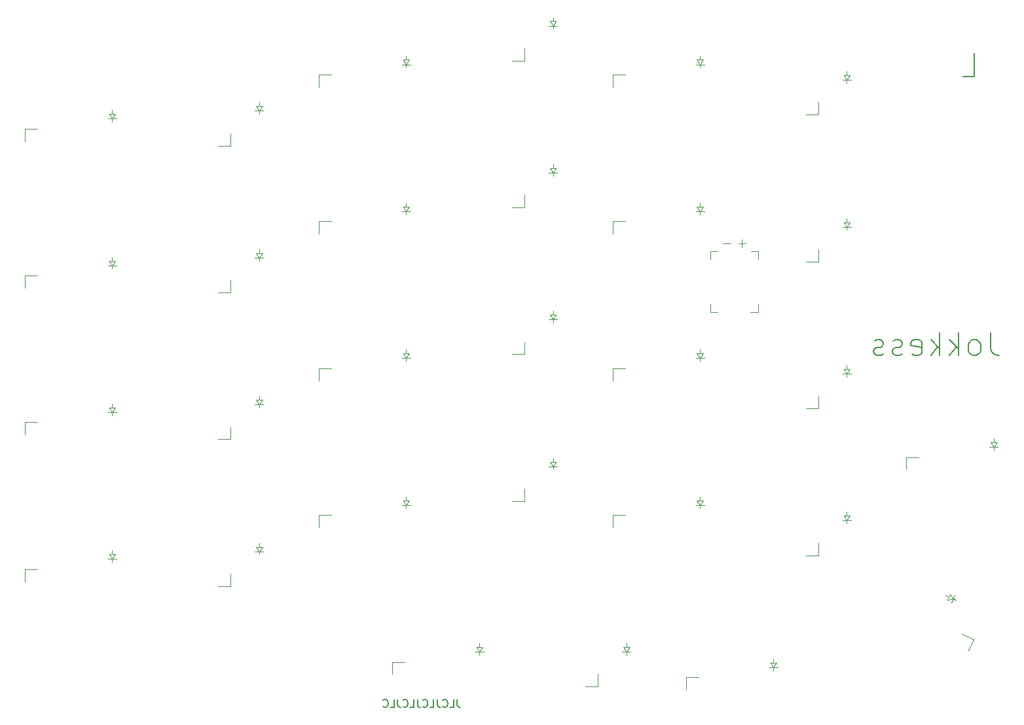
<source format=gbr>
%TF.GenerationSoftware,KiCad,Pcbnew,8.0.6*%
%TF.CreationDate,2024-12-27T20:41:03+01:00*%
%TF.ProjectId,left,6c656674-2e6b-4696-9361-645f70636258,0.1*%
%TF.SameCoordinates,Original*%
%TF.FileFunction,Legend,Bot*%
%TF.FilePolarity,Positive*%
%FSLAX46Y46*%
G04 Gerber Fmt 4.6, Leading zero omitted, Abs format (unit mm)*
G04 Created by KiCad (PCBNEW 8.0.6) date 2024-12-27 20:41:03*
%MOMM*%
%LPD*%
G01*
G04 APERTURE LIST*
%ADD10C,0.150000*%
%ADD11C,0.120000*%
%ADD12C,0.100000*%
G04 APERTURE END LIST*
D10*
X269071427Y-142480057D02*
X269071427Y-144622914D01*
X269071427Y-144622914D02*
X269214284Y-145051485D01*
X269214284Y-145051485D02*
X269499998Y-145337200D01*
X269499998Y-145337200D02*
X269928570Y-145480057D01*
X269928570Y-145480057D02*
X270214284Y-145480057D01*
X267214284Y-145480057D02*
X267499999Y-145337200D01*
X267499999Y-145337200D02*
X267642856Y-145194342D01*
X267642856Y-145194342D02*
X267785713Y-144908628D01*
X267785713Y-144908628D02*
X267785713Y-144051485D01*
X267785713Y-144051485D02*
X267642856Y-143765771D01*
X267642856Y-143765771D02*
X267499999Y-143622914D01*
X267499999Y-143622914D02*
X267214284Y-143480057D01*
X267214284Y-143480057D02*
X266785713Y-143480057D01*
X266785713Y-143480057D02*
X266499999Y-143622914D01*
X266499999Y-143622914D02*
X266357142Y-143765771D01*
X266357142Y-143765771D02*
X266214284Y-144051485D01*
X266214284Y-144051485D02*
X266214284Y-144908628D01*
X266214284Y-144908628D02*
X266357142Y-145194342D01*
X266357142Y-145194342D02*
X266499999Y-145337200D01*
X266499999Y-145337200D02*
X266785713Y-145480057D01*
X266785713Y-145480057D02*
X267214284Y-145480057D01*
X264928570Y-145480057D02*
X264928570Y-142480057D01*
X264642856Y-144337200D02*
X263785713Y-145480057D01*
X263785713Y-143480057D02*
X264928570Y-144622914D01*
X262499999Y-145480057D02*
X262499999Y-142480057D01*
X262214285Y-144337200D02*
X261357142Y-145480057D01*
X261357142Y-143480057D02*
X262499999Y-144622914D01*
X258928571Y-145337200D02*
X259214285Y-145480057D01*
X259214285Y-145480057D02*
X259785714Y-145480057D01*
X259785714Y-145480057D02*
X260071428Y-145337200D01*
X260071428Y-145337200D02*
X260214285Y-145051485D01*
X260214285Y-145051485D02*
X260214285Y-143908628D01*
X260214285Y-143908628D02*
X260071428Y-143622914D01*
X260071428Y-143622914D02*
X259785714Y-143480057D01*
X259785714Y-143480057D02*
X259214285Y-143480057D01*
X259214285Y-143480057D02*
X258928571Y-143622914D01*
X258928571Y-143622914D02*
X258785714Y-143908628D01*
X258785714Y-143908628D02*
X258785714Y-144194342D01*
X258785714Y-144194342D02*
X260214285Y-144480057D01*
X257642856Y-145337200D02*
X257357142Y-145480057D01*
X257357142Y-145480057D02*
X256785713Y-145480057D01*
X256785713Y-145480057D02*
X256499999Y-145337200D01*
X256499999Y-145337200D02*
X256357142Y-145051485D01*
X256357142Y-145051485D02*
X256357142Y-144908628D01*
X256357142Y-144908628D02*
X256499999Y-144622914D01*
X256499999Y-144622914D02*
X256785713Y-144480057D01*
X256785713Y-144480057D02*
X257214285Y-144480057D01*
X257214285Y-144480057D02*
X257499999Y-144337200D01*
X257499999Y-144337200D02*
X257642856Y-144051485D01*
X257642856Y-144051485D02*
X257642856Y-143908628D01*
X257642856Y-143908628D02*
X257499999Y-143622914D01*
X257499999Y-143622914D02*
X257214285Y-143480057D01*
X257214285Y-143480057D02*
X256785713Y-143480057D01*
X256785713Y-143480057D02*
X256499999Y-143622914D01*
X255214285Y-145337200D02*
X254928571Y-145480057D01*
X254928571Y-145480057D02*
X254357142Y-145480057D01*
X254357142Y-145480057D02*
X254071428Y-145337200D01*
X254071428Y-145337200D02*
X253928571Y-145051485D01*
X253928571Y-145051485D02*
X253928571Y-144908628D01*
X253928571Y-144908628D02*
X254071428Y-144622914D01*
X254071428Y-144622914D02*
X254357142Y-144480057D01*
X254357142Y-144480057D02*
X254785714Y-144480057D01*
X254785714Y-144480057D02*
X255071428Y-144337200D01*
X255071428Y-144337200D02*
X255214285Y-144051485D01*
X255214285Y-144051485D02*
X255214285Y-143908628D01*
X255214285Y-143908628D02*
X255071428Y-143622914D01*
X255071428Y-143622914D02*
X254785714Y-143480057D01*
X254785714Y-143480057D02*
X254357142Y-143480057D01*
X254357142Y-143480057D02*
X254071428Y-143622914D01*
X200119048Y-190004819D02*
X200119048Y-190719104D01*
X200119048Y-190719104D02*
X200166667Y-190861961D01*
X200166667Y-190861961D02*
X200261905Y-190957200D01*
X200261905Y-190957200D02*
X200404762Y-191004819D01*
X200404762Y-191004819D02*
X200500000Y-191004819D01*
X199166667Y-191004819D02*
X199642857Y-191004819D01*
X199642857Y-191004819D02*
X199642857Y-190004819D01*
X198261905Y-190909580D02*
X198309524Y-190957200D01*
X198309524Y-190957200D02*
X198452381Y-191004819D01*
X198452381Y-191004819D02*
X198547619Y-191004819D01*
X198547619Y-191004819D02*
X198690476Y-190957200D01*
X198690476Y-190957200D02*
X198785714Y-190861961D01*
X198785714Y-190861961D02*
X198833333Y-190766723D01*
X198833333Y-190766723D02*
X198880952Y-190576247D01*
X198880952Y-190576247D02*
X198880952Y-190433390D01*
X198880952Y-190433390D02*
X198833333Y-190242914D01*
X198833333Y-190242914D02*
X198785714Y-190147676D01*
X198785714Y-190147676D02*
X198690476Y-190052438D01*
X198690476Y-190052438D02*
X198547619Y-190004819D01*
X198547619Y-190004819D02*
X198452381Y-190004819D01*
X198452381Y-190004819D02*
X198309524Y-190052438D01*
X198309524Y-190052438D02*
X198261905Y-190100057D01*
X197547619Y-190004819D02*
X197547619Y-190719104D01*
X197547619Y-190719104D02*
X197595238Y-190861961D01*
X197595238Y-190861961D02*
X197690476Y-190957200D01*
X197690476Y-190957200D02*
X197833333Y-191004819D01*
X197833333Y-191004819D02*
X197928571Y-191004819D01*
X196595238Y-191004819D02*
X197071428Y-191004819D01*
X197071428Y-191004819D02*
X197071428Y-190004819D01*
X195690476Y-190909580D02*
X195738095Y-190957200D01*
X195738095Y-190957200D02*
X195880952Y-191004819D01*
X195880952Y-191004819D02*
X195976190Y-191004819D01*
X195976190Y-191004819D02*
X196119047Y-190957200D01*
X196119047Y-190957200D02*
X196214285Y-190861961D01*
X196214285Y-190861961D02*
X196261904Y-190766723D01*
X196261904Y-190766723D02*
X196309523Y-190576247D01*
X196309523Y-190576247D02*
X196309523Y-190433390D01*
X196309523Y-190433390D02*
X196261904Y-190242914D01*
X196261904Y-190242914D02*
X196214285Y-190147676D01*
X196214285Y-190147676D02*
X196119047Y-190052438D01*
X196119047Y-190052438D02*
X195976190Y-190004819D01*
X195976190Y-190004819D02*
X195880952Y-190004819D01*
X195880952Y-190004819D02*
X195738095Y-190052438D01*
X195738095Y-190052438D02*
X195690476Y-190100057D01*
X194976190Y-190004819D02*
X194976190Y-190719104D01*
X194976190Y-190719104D02*
X195023809Y-190861961D01*
X195023809Y-190861961D02*
X195119047Y-190957200D01*
X195119047Y-190957200D02*
X195261904Y-191004819D01*
X195261904Y-191004819D02*
X195357142Y-191004819D01*
X194023809Y-191004819D02*
X194499999Y-191004819D01*
X194499999Y-191004819D02*
X194499999Y-190004819D01*
X193119047Y-190909580D02*
X193166666Y-190957200D01*
X193166666Y-190957200D02*
X193309523Y-191004819D01*
X193309523Y-191004819D02*
X193404761Y-191004819D01*
X193404761Y-191004819D02*
X193547618Y-190957200D01*
X193547618Y-190957200D02*
X193642856Y-190861961D01*
X193642856Y-190861961D02*
X193690475Y-190766723D01*
X193690475Y-190766723D02*
X193738094Y-190576247D01*
X193738094Y-190576247D02*
X193738094Y-190433390D01*
X193738094Y-190433390D02*
X193690475Y-190242914D01*
X193690475Y-190242914D02*
X193642856Y-190147676D01*
X193642856Y-190147676D02*
X193547618Y-190052438D01*
X193547618Y-190052438D02*
X193404761Y-190004819D01*
X193404761Y-190004819D02*
X193309523Y-190004819D01*
X193309523Y-190004819D02*
X193166666Y-190052438D01*
X193166666Y-190052438D02*
X193119047Y-190100057D01*
X192404761Y-190004819D02*
X192404761Y-190719104D01*
X192404761Y-190719104D02*
X192452380Y-190861961D01*
X192452380Y-190861961D02*
X192547618Y-190957200D01*
X192547618Y-190957200D02*
X192690475Y-191004819D01*
X192690475Y-191004819D02*
X192785713Y-191004819D01*
X191452380Y-191004819D02*
X191928570Y-191004819D01*
X191928570Y-191004819D02*
X191928570Y-190004819D01*
X190547618Y-190909580D02*
X190595237Y-190957200D01*
X190595237Y-190957200D02*
X190738094Y-191004819D01*
X190738094Y-191004819D02*
X190833332Y-191004819D01*
X190833332Y-191004819D02*
X190976189Y-190957200D01*
X190976189Y-190957200D02*
X191071427Y-190861961D01*
X191071427Y-190861961D02*
X191119046Y-190766723D01*
X191119046Y-190766723D02*
X191166665Y-190576247D01*
X191166665Y-190576247D02*
X191166665Y-190433390D01*
X191166665Y-190433390D02*
X191119046Y-190242914D01*
X191119046Y-190242914D02*
X191071427Y-190147676D01*
X191071427Y-190147676D02*
X190976189Y-190052438D01*
X190976189Y-190052438D02*
X190833332Y-190004819D01*
X190833332Y-190004819D02*
X190738094Y-190004819D01*
X190738094Y-190004819D02*
X190595237Y-190052438D01*
X190595237Y-190052438D02*
X190547618Y-190100057D01*
X265571427Y-109380057D02*
X266999999Y-109380057D01*
X266999999Y-109380057D02*
X266999999Y-106380057D01*
D11*
%TO.C,LED8*%
X182200000Y-109150000D02*
X183800000Y-109150000D01*
X182200000Y-110750000D02*
X182200000Y-109150000D01*
%TO.C,LED25*%
X246800000Y-150750000D02*
X246800000Y-152350000D01*
X246800000Y-152350000D02*
X245200000Y-152350000D01*
D12*
%TO.C,D8*%
X174100000Y-113250000D02*
X174900000Y-113250000D01*
X174500000Y-113250000D02*
X174500000Y-112750000D01*
X174500000Y-113850000D02*
X173950000Y-113850000D01*
X174500000Y-113850000D02*
X174100000Y-113250000D01*
X174500000Y-113850000D02*
X175050000Y-113850000D01*
X174500000Y-114250000D02*
X174500000Y-113850000D01*
X174900000Y-113250000D02*
X174500000Y-113850000D01*
D11*
%TO.C,LED2*%
X144200000Y-154150000D02*
X145800000Y-154150000D01*
X144200000Y-155750000D02*
X144200000Y-154150000D01*
D12*
%TO.C,D4*%
X155100000Y-114250000D02*
X155900000Y-114250000D01*
X155500000Y-114250000D02*
X155500000Y-113750000D01*
X155500000Y-114850000D02*
X154950000Y-114850000D01*
X155500000Y-114850000D02*
X155100000Y-114250000D01*
X155500000Y-114850000D02*
X156050000Y-114850000D01*
X155500000Y-115250000D02*
X155500000Y-114850000D01*
X155900000Y-114250000D02*
X155500000Y-114850000D01*
%TO.C,D16*%
X212100000Y-102250000D02*
X212900000Y-102250000D01*
X212500000Y-102250000D02*
X212500000Y-101750000D01*
X212500000Y-102850000D02*
X211950000Y-102850000D01*
X212500000Y-102850000D02*
X212100000Y-102250000D01*
X212500000Y-102850000D02*
X213050000Y-102850000D01*
X212500000Y-103250000D02*
X212500000Y-102850000D01*
X212900000Y-102250000D02*
X212500000Y-102850000D01*
%TO.C,D25*%
X202600000Y-183250000D02*
X203400000Y-183250000D01*
X203000000Y-183250000D02*
X203000000Y-182750000D01*
X203000000Y-183850000D02*
X202450000Y-183850000D01*
X203000000Y-183850000D02*
X202600000Y-183250000D01*
X203000000Y-183850000D02*
X203550000Y-183850000D01*
X203000000Y-184250000D02*
X203000000Y-183850000D01*
X203400000Y-183250000D02*
X203000000Y-183850000D01*
D11*
%TO.C,LED5*%
X182200000Y-166150000D02*
X183800000Y-166150000D01*
X182200000Y-167750000D02*
X182200000Y-166150000D01*
D12*
%TO.C,D11*%
X193100000Y-126250000D02*
X193900000Y-126250000D01*
X193500000Y-126250000D02*
X193500000Y-125750000D01*
X193500000Y-126850000D02*
X192950000Y-126850000D01*
X193500000Y-126850000D02*
X193100000Y-126250000D01*
X193500000Y-126850000D02*
X194050000Y-126850000D01*
X193500000Y-127250000D02*
X193500000Y-126850000D01*
X193900000Y-126250000D02*
X193500000Y-126850000D01*
%TO.C,D28*%
X263529762Y-177122248D02*
X263855151Y-176391412D01*
X263692457Y-176756830D02*
X263235684Y-176553462D01*
X263855151Y-176391412D02*
X264240584Y-177000872D01*
X264240584Y-177000872D02*
X263529762Y-177122248D01*
X264240584Y-177000872D02*
X264016879Y-177503322D01*
X264240584Y-177000872D02*
X264464289Y-176498422D01*
X264606002Y-177163566D02*
X264240584Y-177000872D01*
D11*
%TO.C,LED10*%
X220200000Y-147150000D02*
X221800000Y-147150000D01*
X220200000Y-148750000D02*
X220200000Y-147150000D01*
D12*
%TO.C,D18*%
X231100000Y-145250000D02*
X231900000Y-145250000D01*
X231500000Y-145250000D02*
X231500000Y-144750000D01*
X231500000Y-145850000D02*
X230950000Y-145850000D01*
X231500000Y-145850000D02*
X231100000Y-145250000D01*
X231500000Y-145850000D02*
X232050000Y-145850000D01*
X231500000Y-146250000D02*
X231500000Y-145850000D01*
X231900000Y-145250000D02*
X231500000Y-145850000D01*
D11*
%TO.C,LED14*%
X229700000Y-187150000D02*
X231300000Y-187150000D01*
X229700000Y-188750000D02*
X229700000Y-187150000D01*
%TO.C,LED4*%
X144200000Y-116150000D02*
X145800000Y-116150000D01*
X144200000Y-117750000D02*
X144200000Y-116150000D01*
D12*
%TO.C,D23*%
X250100000Y-128250000D02*
X250900000Y-128250000D01*
X250500000Y-128250000D02*
X250500000Y-127750000D01*
X250500000Y-128850000D02*
X249950000Y-128850000D01*
X250500000Y-128850000D02*
X250100000Y-128250000D01*
X250500000Y-128850000D02*
X251050000Y-128850000D01*
X250500000Y-129250000D02*
X250500000Y-128850000D01*
X250900000Y-128250000D02*
X250500000Y-128850000D01*
%TO.C,D19*%
X231100000Y-126250000D02*
X231900000Y-126250000D01*
X231500000Y-126250000D02*
X231500000Y-125750000D01*
X231500000Y-126850000D02*
X230950000Y-126850000D01*
X231500000Y-126850000D02*
X231100000Y-126250000D01*
X231500000Y-126850000D02*
X232050000Y-126850000D01*
X231500000Y-127250000D02*
X231500000Y-126850000D01*
X231900000Y-126250000D02*
X231500000Y-126850000D01*
D11*
%TO.C,LED6*%
X182200000Y-147150000D02*
X183800000Y-147150000D01*
X182200000Y-148750000D02*
X182200000Y-147150000D01*
D12*
%TO.C,D22*%
X250100000Y-147250000D02*
X250900000Y-147250000D01*
X250500000Y-147250000D02*
X250500000Y-146750000D01*
X250500000Y-147850000D02*
X249950000Y-147850000D01*
X250500000Y-147850000D02*
X250100000Y-147250000D01*
X250500000Y-147850000D02*
X251050000Y-147850000D01*
X250500000Y-148250000D02*
X250500000Y-147850000D01*
X250900000Y-147250000D02*
X250500000Y-147850000D01*
%TO.C,D26*%
X221600000Y-183250000D02*
X222400000Y-183250000D01*
X222000000Y-183250000D02*
X222000000Y-182750000D01*
X222000000Y-183850000D02*
X221450000Y-183850000D01*
X222000000Y-183850000D02*
X221600000Y-183250000D01*
X222000000Y-183850000D02*
X222550000Y-183850000D01*
X222000000Y-184250000D02*
X222000000Y-183850000D01*
X222400000Y-183250000D02*
X222000000Y-183850000D01*
D11*
%TO.C,LED23*%
X208800000Y-105750000D02*
X208800000Y-107350000D01*
X208800000Y-107350000D02*
X207200000Y-107350000D01*
D12*
%TO.C,D27*%
X240600000Y-185250000D02*
X241400000Y-185250000D01*
X241000000Y-185250000D02*
X241000000Y-184750000D01*
X241000000Y-185850000D02*
X240450000Y-185850000D01*
X241000000Y-185850000D02*
X240600000Y-185250000D01*
X241000000Y-185850000D02*
X241550000Y-185850000D01*
X241000000Y-186250000D02*
X241000000Y-185850000D01*
X241400000Y-185250000D02*
X241000000Y-185850000D01*
D11*
%TO.C,LED7*%
X182200000Y-128150000D02*
X183800000Y-128150000D01*
X182200000Y-129750000D02*
X182200000Y-128150000D01*
%TO.C,LED29*%
X265384940Y-181560526D02*
X266846613Y-182211305D01*
X266846613Y-182211305D02*
X266195834Y-183672978D01*
D12*
%TO.C,D9*%
X193100000Y-164250000D02*
X193900000Y-164250000D01*
X193500000Y-164250000D02*
X193500000Y-163750000D01*
X193500000Y-164850000D02*
X192950000Y-164850000D01*
X193500000Y-164850000D02*
X193100000Y-164250000D01*
X193500000Y-164850000D02*
X194050000Y-164850000D01*
X193500000Y-165250000D02*
X193500000Y-164850000D01*
X193900000Y-164250000D02*
X193500000Y-164850000D01*
D11*
%TO.C,LED19*%
X170800000Y-116750000D02*
X170800000Y-118350000D01*
X170800000Y-118350000D02*
X169200000Y-118350000D01*
D12*
%TO.C,D14*%
X212100000Y-140250000D02*
X212900000Y-140250000D01*
X212500000Y-140250000D02*
X212500000Y-139750000D01*
X212500000Y-140850000D02*
X211950000Y-140850000D01*
X212500000Y-140850000D02*
X212100000Y-140250000D01*
X212500000Y-140850000D02*
X213050000Y-140850000D01*
X212500000Y-141250000D02*
X212500000Y-140850000D01*
X212900000Y-140250000D02*
X212500000Y-140850000D01*
%TO.C,D7*%
X174100000Y-132250000D02*
X174900000Y-132250000D01*
X174500000Y-132250000D02*
X174500000Y-131750000D01*
X174500000Y-132850000D02*
X173950000Y-132850000D01*
X174500000Y-132850000D02*
X174100000Y-132250000D01*
X174500000Y-132850000D02*
X175050000Y-132850000D01*
X174500000Y-133250000D02*
X174500000Y-132850000D01*
X174900000Y-132250000D02*
X174500000Y-132850000D01*
%TO.C,D29*%
X269100000Y-156750000D02*
X269900000Y-156750000D01*
X269500000Y-156750000D02*
X269500000Y-156250000D01*
X269500000Y-157350000D02*
X268950000Y-157350000D01*
X269500000Y-157350000D02*
X269100000Y-156750000D01*
X269500000Y-157350000D02*
X270050000Y-157350000D01*
X269500000Y-157750000D02*
X269500000Y-157350000D01*
X269900000Y-156750000D02*
X269500000Y-157350000D01*
%TO.C,D1*%
X155100000Y-171250000D02*
X155900000Y-171250000D01*
X155500000Y-171250000D02*
X155500000Y-170750000D01*
X155500000Y-171850000D02*
X154950000Y-171850000D01*
X155500000Y-171850000D02*
X155100000Y-171250000D01*
X155500000Y-171850000D02*
X156050000Y-171850000D01*
X155500000Y-172250000D02*
X155500000Y-171850000D01*
X155900000Y-171250000D02*
X155500000Y-171850000D01*
D11*
%TO.C,LED28*%
X218300000Y-186750000D02*
X218300000Y-188350000D01*
X218300000Y-188350000D02*
X216700000Y-188350000D01*
%TO.C,LED13*%
X191700000Y-185150000D02*
X193300000Y-185150000D01*
X191700000Y-186750000D02*
X191700000Y-185150000D01*
D12*
%TO.C,D6*%
X174100000Y-151250000D02*
X174900000Y-151250000D01*
X174500000Y-151250000D02*
X174500000Y-150750000D01*
X174500000Y-151850000D02*
X173950000Y-151850000D01*
X174500000Y-151850000D02*
X174100000Y-151250000D01*
X174500000Y-151850000D02*
X175050000Y-151850000D01*
X174500000Y-152250000D02*
X174500000Y-151850000D01*
X174900000Y-151250000D02*
X174500000Y-151850000D01*
D11*
%TO.C,LED11*%
X220200000Y-128150000D02*
X221800000Y-128150000D01*
X220200000Y-129750000D02*
X220200000Y-128150000D01*
%TO.C,LED9*%
X220200000Y-166150000D02*
X221800000Y-166150000D01*
X220200000Y-167750000D02*
X220200000Y-166150000D01*
D12*
%TO.C,D10*%
X193100000Y-145250000D02*
X193900000Y-145250000D01*
X193500000Y-145250000D02*
X193500000Y-144750000D01*
X193500000Y-145850000D02*
X192950000Y-145850000D01*
X193500000Y-145850000D02*
X193100000Y-145250000D01*
X193500000Y-145850000D02*
X194050000Y-145850000D01*
X193500000Y-146250000D02*
X193500000Y-145850000D01*
X193900000Y-145250000D02*
X193500000Y-145850000D01*
%TO.C,D21*%
X250100000Y-166250000D02*
X250900000Y-166250000D01*
X250500000Y-166250000D02*
X250500000Y-165750000D01*
X250500000Y-166850000D02*
X249950000Y-166850000D01*
X250500000Y-166850000D02*
X250100000Y-166250000D01*
X250500000Y-166850000D02*
X251050000Y-166850000D01*
X250500000Y-167250000D02*
X250500000Y-166850000D01*
X250900000Y-166250000D02*
X250500000Y-166850000D01*
%TO.C,D5*%
X174100000Y-170250000D02*
X174900000Y-170250000D01*
X174500000Y-170250000D02*
X174500000Y-169750000D01*
X174500000Y-170850000D02*
X173950000Y-170850000D01*
X174500000Y-170850000D02*
X174100000Y-170250000D01*
X174500000Y-170850000D02*
X175050000Y-170850000D01*
X174500000Y-171250000D02*
X174500000Y-170850000D01*
X174900000Y-170250000D02*
X174500000Y-170850000D01*
D11*
%TO.C,LED20*%
X208800000Y-162750000D02*
X208800000Y-164350000D01*
X208800000Y-164350000D02*
X207200000Y-164350000D01*
%TO.C,LED3*%
X144200000Y-135150000D02*
X145800000Y-135150000D01*
X144200000Y-136750000D02*
X144200000Y-135150000D01*
%TO.C,LED1*%
X144200000Y-173150000D02*
X145800000Y-173150000D01*
X144200000Y-174750000D02*
X144200000Y-173150000D01*
D12*
%TO.C,D24*%
X250100000Y-109250000D02*
X250900000Y-109250000D01*
X250500000Y-109250000D02*
X250500000Y-108750000D01*
X250500000Y-109850000D02*
X249950000Y-109850000D01*
X250500000Y-109850000D02*
X250100000Y-109250000D01*
X250500000Y-109850000D02*
X251050000Y-109850000D01*
X250500000Y-110250000D02*
X250500000Y-109850000D01*
X250900000Y-109250000D02*
X250500000Y-109850000D01*
%TO.C,D20*%
X231100000Y-107250000D02*
X231900000Y-107250000D01*
X231500000Y-107250000D02*
X231500000Y-106750000D01*
X231500000Y-107850000D02*
X230950000Y-107850000D01*
X231500000Y-107850000D02*
X231100000Y-107250000D01*
X231500000Y-107850000D02*
X232050000Y-107850000D01*
X231500000Y-108250000D02*
X231500000Y-107850000D01*
X231900000Y-107250000D02*
X231500000Y-107850000D01*
D11*
%TO.C,LED16*%
X170800000Y-173750000D02*
X170800000Y-175350000D01*
X170800000Y-175350000D02*
X169200000Y-175350000D01*
D12*
%TO.C,D3*%
X155100000Y-133250000D02*
X155900000Y-133250000D01*
X155500000Y-133250000D02*
X155500000Y-132750000D01*
X155500000Y-133850000D02*
X154950000Y-133850000D01*
X155500000Y-133850000D02*
X155100000Y-133250000D01*
X155500000Y-133850000D02*
X156050000Y-133850000D01*
X155500000Y-134250000D02*
X155500000Y-133850000D01*
X155900000Y-133250000D02*
X155500000Y-133850000D01*
D11*
%TO.C,LED22*%
X208800000Y-124750000D02*
X208800000Y-126350000D01*
X208800000Y-126350000D02*
X207200000Y-126350000D01*
%TO.C,LED21*%
X208800000Y-143750000D02*
X208800000Y-145350000D01*
X208800000Y-145350000D02*
X207200000Y-145350000D01*
%TO.C,LED18*%
X170800000Y-135750000D02*
X170800000Y-137350000D01*
X170800000Y-137350000D02*
X169200000Y-137350000D01*
D12*
%TO.C,D17*%
X231100000Y-164250000D02*
X231900000Y-164250000D01*
X231500000Y-164250000D02*
X231500000Y-163750000D01*
X231500000Y-164850000D02*
X230950000Y-164850000D01*
X231500000Y-164850000D02*
X231100000Y-164250000D01*
X231500000Y-164850000D02*
X232050000Y-164850000D01*
X231500000Y-165250000D02*
X231500000Y-164850000D01*
X231900000Y-164250000D02*
X231500000Y-164850000D01*
%TO.C,D2*%
X155100000Y-152250000D02*
X155900000Y-152250000D01*
X155500000Y-152250000D02*
X155500000Y-151750000D01*
X155500000Y-152850000D02*
X154950000Y-152850000D01*
X155500000Y-152850000D02*
X155100000Y-152250000D01*
X155500000Y-152850000D02*
X156050000Y-152850000D01*
X155500000Y-153250000D02*
X155500000Y-152850000D01*
X155900000Y-152250000D02*
X155500000Y-152850000D01*
%TO.C,D15*%
X212100000Y-121250000D02*
X212900000Y-121250000D01*
X212500000Y-121250000D02*
X212500000Y-120750000D01*
X212500000Y-121850000D02*
X211950000Y-121850000D01*
X212500000Y-121850000D02*
X212100000Y-121250000D01*
X212500000Y-121850000D02*
X213050000Y-121850000D01*
X212500000Y-122250000D02*
X212500000Y-121850000D01*
X212900000Y-121250000D02*
X212500000Y-121850000D01*
D11*
%TO.C,LED27*%
X246800000Y-112750000D02*
X246800000Y-114350000D01*
X246800000Y-114350000D02*
X245200000Y-114350000D01*
D12*
%TO.C,D13*%
X212100000Y-159250000D02*
X212900000Y-159250000D01*
X212500000Y-159250000D02*
X212500000Y-158750000D01*
X212500000Y-159850000D02*
X211950000Y-159850000D01*
X212500000Y-159850000D02*
X212100000Y-159250000D01*
X212500000Y-159850000D02*
X213050000Y-159850000D01*
X212500000Y-160250000D02*
X212500000Y-159850000D01*
X212900000Y-159250000D02*
X212500000Y-159850000D01*
D11*
%TO.C,LED24*%
X246800000Y-169750000D02*
X246800000Y-171350000D01*
X246800000Y-171350000D02*
X245200000Y-171350000D01*
%TO.C,JST1*%
X232890000Y-132040000D02*
X232890000Y-133040000D01*
X232890000Y-139860000D02*
X232890000Y-138860000D01*
X233810000Y-132040000D02*
X232890000Y-132040000D01*
X233810000Y-139860000D02*
X232890000Y-139860000D01*
D12*
X234450000Y-131000000D02*
X235450000Y-131000000D01*
X236950000Y-131500000D02*
X236950000Y-130500000D01*
X237450000Y-131000000D02*
X236450000Y-131000000D01*
D11*
X238010000Y-139860000D02*
X239010000Y-139860000D01*
X238090000Y-132040000D02*
X239010000Y-132040000D01*
X239010000Y-132040000D02*
X239010000Y-133040000D01*
X239010000Y-139860000D02*
X239010000Y-138860000D01*
%TO.C,LED12*%
X220200000Y-109150000D02*
X221800000Y-109150000D01*
X220200000Y-110750000D02*
X220200000Y-109150000D01*
D12*
%TO.C,D12*%
X193100000Y-107250000D02*
X193900000Y-107250000D01*
X193500000Y-107250000D02*
X193500000Y-106750000D01*
X193500000Y-107850000D02*
X192950000Y-107850000D01*
X193500000Y-107850000D02*
X193100000Y-107250000D01*
X193500000Y-107850000D02*
X194050000Y-107850000D01*
X193500000Y-108250000D02*
X193500000Y-107850000D01*
X193900000Y-107250000D02*
X193500000Y-107850000D01*
D11*
%TO.C,LED26*%
X246800000Y-131750000D02*
X246800000Y-133350000D01*
X246800000Y-133350000D02*
X245200000Y-133350000D01*
%TO.C,LED17*%
X170800000Y-154750000D02*
X170800000Y-156350000D01*
X170800000Y-156350000D02*
X169200000Y-156350000D01*
%TO.C,LED15*%
X258200000Y-158650000D02*
X259800000Y-158650000D01*
X258200000Y-160250000D02*
X258200000Y-158650000D01*
%TD*%
M02*

</source>
